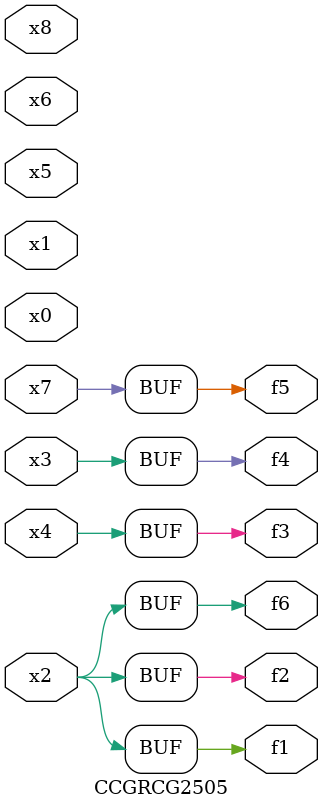
<source format=v>
module CCGRCG2505(
	input x0, x1, x2, x3, x4, x5, x6, x7, x8,
	output f1, f2, f3, f4, f5, f6
);
	assign f1 = x2;
	assign f2 = x2;
	assign f3 = x4;
	assign f4 = x3;
	assign f5 = x7;
	assign f6 = x2;
endmodule

</source>
